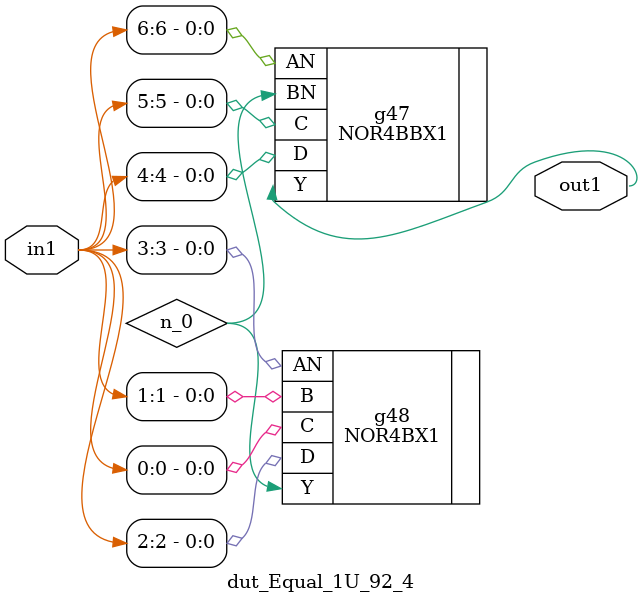
<source format=v>
`timescale 1ps / 1ps


module dut_Equal_1U_92_4(in1, out1);
  input [6:0] in1;
  output out1;
  wire [6:0] in1;
  wire out1;
  wire n_0;
  NOR4BBX1 g47(.AN (in1[6]), .BN (n_0), .C (in1[5]), .D (in1[4]), .Y
       (out1));
  NOR4BX1 g48(.AN (in1[3]), .B (in1[1]), .C (in1[0]), .D (in1[2]), .Y
       (n_0));
endmodule



</source>
